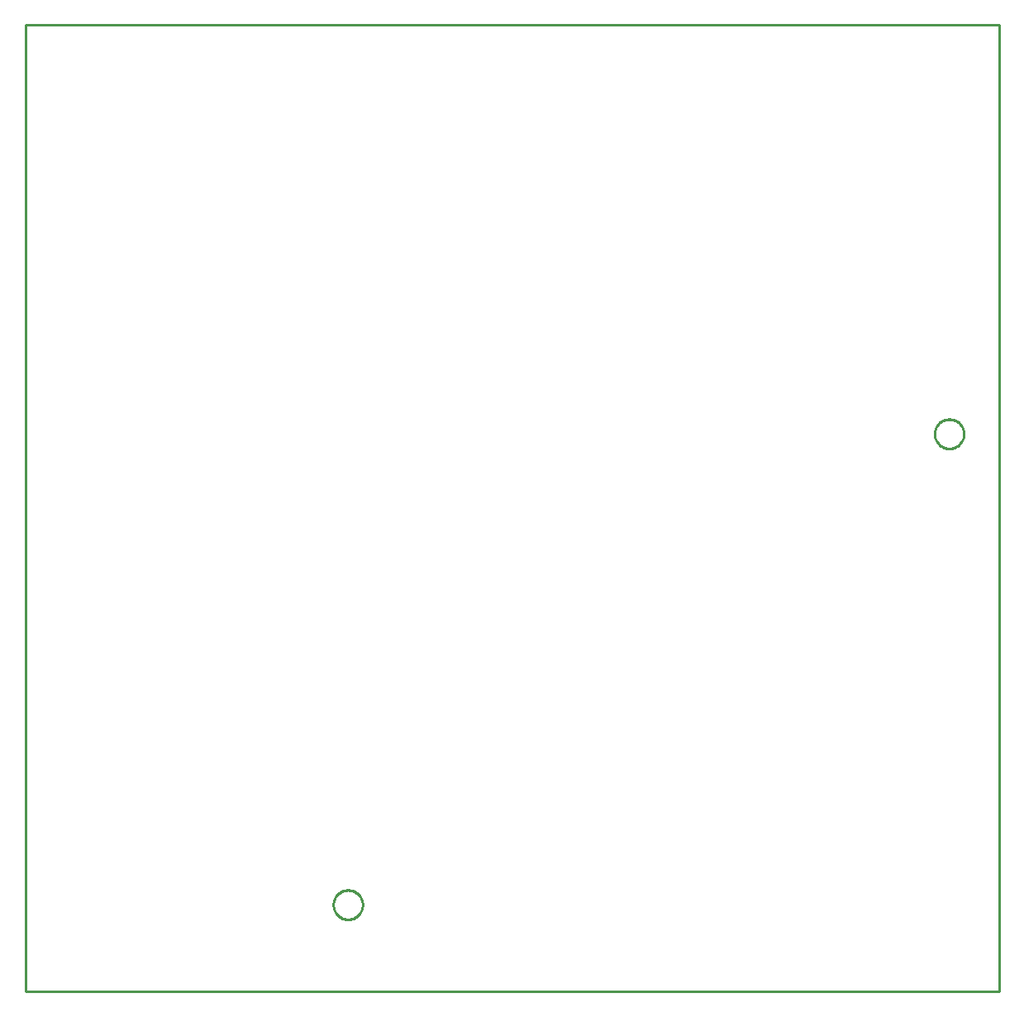
<source format=gko>
G04 EAGLE Gerber RS-274X export*
G75*
%MOMM*%
%FSLAX34Y34*%
%LPD*%
%IN*%
%IPPOS*%
%AMOC8*
5,1,8,0,0,1.08239X$1,22.5*%
G01*
%ADD10C,0.254000*%


D10*
X0Y0D02*
X996950Y0D01*
X996950Y990600D01*
X0Y990600D01*
X0Y0D01*
X961150Y570964D02*
X961074Y569896D01*
X960921Y568835D01*
X960693Y567788D01*
X960391Y566760D01*
X960017Y565756D01*
X959572Y564781D01*
X959058Y563841D01*
X958479Y562940D01*
X957837Y562082D01*
X957135Y561272D01*
X956378Y560515D01*
X955568Y559813D01*
X954710Y559171D01*
X953809Y558592D01*
X952869Y558078D01*
X951894Y557633D01*
X950890Y557259D01*
X949862Y556957D01*
X948815Y556729D01*
X947754Y556576D01*
X946686Y556500D01*
X945614Y556500D01*
X944546Y556576D01*
X943485Y556729D01*
X942438Y556957D01*
X941410Y557259D01*
X940406Y557633D01*
X939431Y558078D01*
X938491Y558592D01*
X937590Y559171D01*
X936732Y559813D01*
X935922Y560515D01*
X935165Y561272D01*
X934463Y562082D01*
X933821Y562940D01*
X933242Y563841D01*
X932728Y564781D01*
X932283Y565756D01*
X931909Y566760D01*
X931607Y567788D01*
X931379Y568835D01*
X931226Y569896D01*
X931150Y570964D01*
X931150Y572036D01*
X931226Y573104D01*
X931379Y574165D01*
X931607Y575212D01*
X931909Y576240D01*
X932283Y577244D01*
X932728Y578219D01*
X933242Y579159D01*
X933821Y580060D01*
X934463Y580918D01*
X935165Y581728D01*
X935922Y582485D01*
X936732Y583187D01*
X937590Y583829D01*
X938491Y584408D01*
X939431Y584922D01*
X940406Y585367D01*
X941410Y585741D01*
X942438Y586043D01*
X943485Y586271D01*
X944546Y586424D01*
X945614Y586500D01*
X946686Y586500D01*
X947754Y586424D01*
X948815Y586271D01*
X949862Y586043D01*
X950890Y585741D01*
X951894Y585367D01*
X952869Y584922D01*
X953809Y584408D01*
X954710Y583829D01*
X955568Y583187D01*
X956378Y582485D01*
X957135Y581728D01*
X957837Y580918D01*
X958479Y580060D01*
X959058Y579159D01*
X959572Y578219D01*
X960017Y577244D01*
X960391Y576240D01*
X960693Y575212D01*
X960921Y574165D01*
X961074Y573104D01*
X961150Y572036D01*
X961150Y570964D01*
X345200Y88364D02*
X345124Y87296D01*
X344971Y86235D01*
X344743Y85188D01*
X344441Y84160D01*
X344067Y83156D01*
X343622Y82181D01*
X343108Y81241D01*
X342529Y80340D01*
X341887Y79482D01*
X341185Y78672D01*
X340428Y77915D01*
X339618Y77213D01*
X338760Y76571D01*
X337859Y75992D01*
X336919Y75478D01*
X335944Y75033D01*
X334940Y74659D01*
X333912Y74357D01*
X332865Y74129D01*
X331804Y73976D01*
X330736Y73900D01*
X329664Y73900D01*
X328596Y73976D01*
X327535Y74129D01*
X326488Y74357D01*
X325460Y74659D01*
X324456Y75033D01*
X323481Y75478D01*
X322541Y75992D01*
X321640Y76571D01*
X320782Y77213D01*
X319972Y77915D01*
X319215Y78672D01*
X318513Y79482D01*
X317871Y80340D01*
X317292Y81241D01*
X316778Y82181D01*
X316333Y83156D01*
X315959Y84160D01*
X315657Y85188D01*
X315429Y86235D01*
X315276Y87296D01*
X315200Y88364D01*
X315200Y89436D01*
X315276Y90504D01*
X315429Y91565D01*
X315657Y92612D01*
X315959Y93640D01*
X316333Y94644D01*
X316778Y95619D01*
X317292Y96559D01*
X317871Y97460D01*
X318513Y98318D01*
X319215Y99128D01*
X319972Y99885D01*
X320782Y100587D01*
X321640Y101229D01*
X322541Y101808D01*
X323481Y102322D01*
X324456Y102767D01*
X325460Y103141D01*
X326488Y103443D01*
X327535Y103671D01*
X328596Y103824D01*
X329664Y103900D01*
X330736Y103900D01*
X331804Y103824D01*
X332865Y103671D01*
X333912Y103443D01*
X334940Y103141D01*
X335944Y102767D01*
X336919Y102322D01*
X337859Y101808D01*
X338760Y101229D01*
X339618Y100587D01*
X340428Y99885D01*
X341185Y99128D01*
X341887Y98318D01*
X342529Y97460D01*
X343108Y96559D01*
X343622Y95619D01*
X344067Y94644D01*
X344441Y93640D01*
X344743Y92612D01*
X344971Y91565D01*
X345124Y90504D01*
X345200Y89436D01*
X345200Y88364D01*
M02*

</source>
